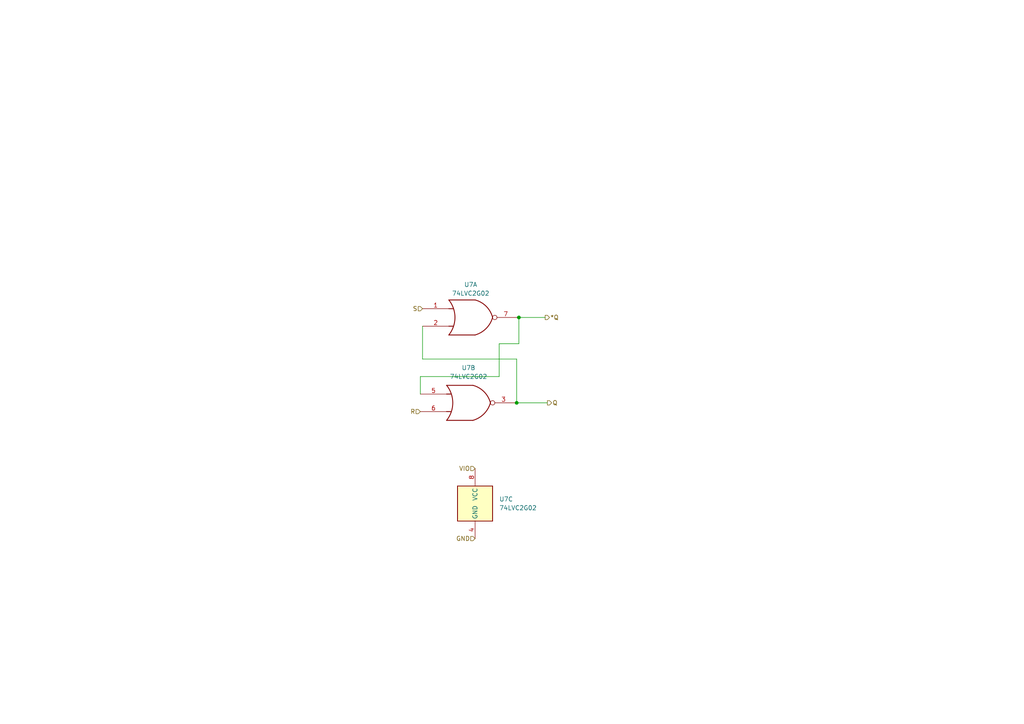
<source format=kicad_sch>
(kicad_sch (version 20231120) (generator "eeschema") (generator_version "8.0")
  (paper "A4")
  (lib_symbols
    (symbol "74xGxx:74LVC2G02"
      (property "Reference" "U" (at 5.08 7.62 0))
      (property "Value" "74LVC2G02" (at 7.62 -7.62 0))
      (symbol "74LVC2G02_1_1"
        (arc (start -7.62 -5.08) (mid -5.838 0) (end -7.62 5.08) (stroke (width 0.254)))
        (arc (start 0 -5.08) (mid 3.1986 -3.2054) (end 5.08 0) (stroke (width 0.254)))
        (polyline (pts (xy -7.62 -2.54) (xy -6.35 -2.54)) (stroke (width 0.254)) (fill (type background)))
        (polyline (pts (xy -7.62 2.54) (xy -6.35 2.54)) (stroke (width 0.254)) (fill (type background)))
        (polyline (pts (xy 0 -5.08) (xy -7.62 -5.08)) (stroke (width 0.254)) (fill (type background)))
        (polyline (pts (xy 0 5.08) (xy -7.62 5.08)) (stroke (width 0.254)) (fill (type background)))
        (arc (start 5.08 0) (mid 3.2238 3.2304) (end 0 5.08) (stroke (width 0.254)))
        (pin input line (at -15.24 2.54 0) (length 7.62) (name "~") (number "1"))
        (pin input line (at -15.24 -2.54 0) (length 7.62) (name "~") (number "2"))
        (pin output inverted (at 12.7 0 180) (length 7.62) (name "~") (number "7"))
      )
      (symbol "74LVC2G02_2_1"
        (arc (start -7.62 -5.08) (mid -5.838 0) (end -7.62 5.08) (stroke (width 0.254)))
        (arc (start 0 -5.08) (mid 3.1986 -3.2054) (end 5.08 0) (stroke (width 0.254)))
        (polyline (pts (xy -7.62 -2.54) (xy -6.35 -2.54)) (stroke (width 0.254)) (fill (type background)))
        (polyline (pts (xy -7.62 2.54) (xy -6.35 2.54)) (stroke (width 0.254)) (fill (type background)))
        (polyline (pts (xy 0 -5.08) (xy -7.62 -5.08)) (stroke (width 0.254)) (fill (type background)))
        (polyline (pts (xy 0 5.08) (xy -7.62 5.08)) (stroke (width 0.254)) (fill (type background)))
        (arc (start 5.08 0) (mid 3.2238 3.2304) (end 0 5.08) (stroke (width 0.254)))
        (pin output inverted (at 12.7 0 180) (length 7.62) (name "~") (number "3"))
        (pin input line (at -15.24 2.54 0) (length 7.62) (name "~") (number "5"))
        (pin input line (at -15.24 -2.54 0) (length 7.62) (name "~") (number "6"))
      )
      (symbol "74LVC2G02_3_0"
        (rectangle (start -5.08 -5.08) (end 5.08 5.08) (stroke (width 0.254)) (fill (type background)))
      )
      (symbol "74LVC2G02_3_1"
        (pin power_in line (at 0 -10.16 90) (length 5.08) (name "GND") (number "4"))
        (pin power_in line (at 0 10.16 270) (length 5.08) (name "VCC") (number "8"))
      )
    )
  )
  (junction (at 150.495 92.075))
  (junction (at 149.86 116.84))
  (wire (pts (xy 122.555 104.14) (xy 149.86 104.14)))
  (wire (pts (xy 122.555 94.615) (xy 122.555 104.14)))
  (wire (pts (xy 149.86 116.84) (xy 158.75 116.84)))
  (wire (pts (xy 149.86 104.14) (xy 149.86 116.84)))
  (wire (pts (xy 150.495 99.695) (xy 150.495 92.075)))
  (wire (pts (xy 121.92 114.3) (xy 121.92 109.22)))
  (wire (pts (xy 144.78 109.22) (xy 144.78 99.695)))
  (wire (pts (xy 144.78 99.695) (xy 150.495 99.695)))
  (wire (pts (xy 121.92 109.22) (xy 144.78 109.22)))
  (wire (pts (xy 150.495 92.075) (xy 158.115 92.075)))
  (hierarchical_label "R" (shape input) (at 121.92 119.38 180))
  (hierarchical_label "VIO" (shape input) (at 137.795 135.89 180))
  (hierarchical_label "S" (shape input) (at 122.555 89.535 180))
  (hierarchical_label "GND" (shape input) (at 137.795 156.21 180))
  (hierarchical_label "*Q" (shape output) (at 158.115 92.075 0))
  (hierarchical_label "Q" (shape output) (at 158.75 116.84 0))
  (symbol (lib_id "74xGxx:74LVC2G02") (at 137.795 92.075 0) (unit 1)
    (property "Reference" "U7" (at 136.525 82.55 0))
    (property "Value" "74LVC2G02" (at 136.525 85.09 0))
    (property "Footprint" "Package_SO:VSSOP-8_2.3x2mm_P0.5mm" (effects (hide yes)))
    (property "Datasheet" "http://www.ti.com/lit/sg/scyt129e/scyt129e.pdf" (effects (hide yes)))
    (property "Description" "Dual NOR Gate, Low-Voltage CMOS" (effects (hide yes)))
    (instances (project "EPS" (path "" (reference "U7") (unit 1)) (path "" (reference "U10") (unit 1)) (path "" (reference "U8") (unit 1))))
  )
  (symbol (lib_id "74xGxx:74LVC2G02") (at 137.16 116.84 0) (unit 2)
    (property "Reference" "U7" (at 135.89 106.68 0))
    (property "Value" "74LVC2G02" (at 135.89 109.22 0))
    (property "Footprint" "Package_SO:VSSOP-8_2.3x2mm_P0.5mm" (effects (hide yes)))
    (property "Datasheet" "http://www.ti.com/lit/sg/scyt129e/scyt129e.pdf" (effects (hide yes)))
    (property "Description" "Dual NOR Gate, Low-Voltage CMOS" (effects (hide yes)))
    (instances (project "EPS" (path "" (reference "U7") (unit 2)) (path "" (reference "U10") (unit 2)) (path "" (reference "U8") (unit 2))))
  )
  (symbol (lib_id "74xGxx:74LVC2G02") (at 137.795 146.05 0) (unit 3)
    (property "Reference" "U7" (at 144.78 144.7799 0) (effects (justify left)))
    (property "Value" "74LVC2G02" (at 144.78 147.3199 0) (effects (justify left)))
    (property "Footprint" "Package_SO:VSSOP-8_2.3x2mm_P0.5mm" (effects (hide yes)))
    (property "Datasheet" "http://www.ti.com/lit/sg/scyt129e/scyt129e.pdf" (effects (hide yes)))
    (property "Description" "Dual NOR Gate, Low-Voltage CMOS" (effects (hide yes)))
    (instances (project "EPS" (path "" (reference "U7") (unit 3)) (path "" (reference "U10") (unit 3)) (path "" (reference "U8") (unit 3))))
  )
)
</source>
